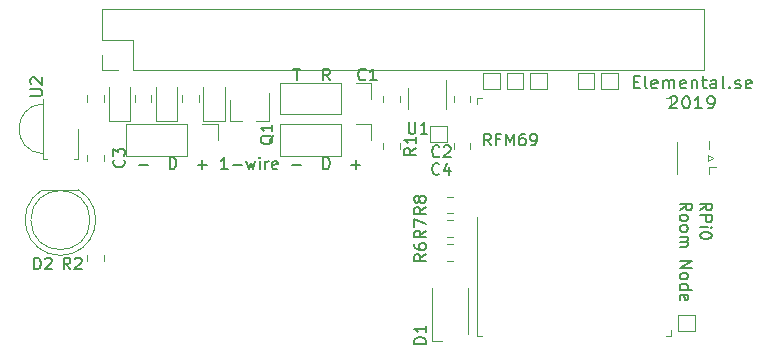
<source format=gto>
G04 #@! TF.GenerationSoftware,KiCad,Pcbnew,5.0.2-1.fc29*
G04 #@! TF.CreationDate,2019-01-05T16:26:48+01:00*
G04 #@! TF.ProjectId,rpi0_room_node,72706930-5f72-46f6-9f6d-5f6e6f64652e,rev?*
G04 #@! TF.SameCoordinates,Original*
G04 #@! TF.FileFunction,Legend,Top*
G04 #@! TF.FilePolarity,Positive*
%FSLAX46Y46*%
G04 Gerber Fmt 4.6, Leading zero omitted, Abs format (unit mm)*
G04 Created by KiCad (PCBNEW 5.0.2-1.fc29) date lör  5 jan 2019 16:26:48*
%MOMM*%
%LPD*%
G01*
G04 APERTURE LIST*
%ADD10C,0.200000*%
%ADD11C,0.120000*%
%ADD12C,0.100000*%
%ADD13C,0.150000*%
G04 APERTURE END LIST*
D10*
X136439523Y-108952380D02*
X136106190Y-108476190D01*
X135868095Y-108952380D02*
X135868095Y-107952380D01*
X136249047Y-107952380D01*
X136344285Y-108000000D01*
X136391904Y-108047619D01*
X136439523Y-108142857D01*
X136439523Y-108285714D01*
X136391904Y-108380952D01*
X136344285Y-108428571D01*
X136249047Y-108476190D01*
X135868095Y-108476190D01*
X137201428Y-108428571D02*
X136868095Y-108428571D01*
X136868095Y-108952380D02*
X136868095Y-107952380D01*
X137344285Y-107952380D01*
X137725238Y-108952380D02*
X137725238Y-107952380D01*
X138058571Y-108666666D01*
X138391904Y-107952380D01*
X138391904Y-108952380D01*
X139296666Y-107952380D02*
X139106190Y-107952380D01*
X139010952Y-108000000D01*
X138963333Y-108047619D01*
X138868095Y-108190476D01*
X138820476Y-108380952D01*
X138820476Y-108761904D01*
X138868095Y-108857142D01*
X138915714Y-108904761D01*
X139010952Y-108952380D01*
X139201428Y-108952380D01*
X139296666Y-108904761D01*
X139344285Y-108857142D01*
X139391904Y-108761904D01*
X139391904Y-108523809D01*
X139344285Y-108428571D01*
X139296666Y-108380952D01*
X139201428Y-108333333D01*
X139010952Y-108333333D01*
X138915714Y-108380952D01*
X138868095Y-108428571D01*
X138820476Y-108523809D01*
X139868095Y-108952380D02*
X140058571Y-108952380D01*
X140153809Y-108904761D01*
X140201428Y-108857142D01*
X140296666Y-108714285D01*
X140344285Y-108523809D01*
X140344285Y-108142857D01*
X140296666Y-108047619D01*
X140249047Y-108000000D01*
X140153809Y-107952380D01*
X139963333Y-107952380D01*
X139868095Y-108000000D01*
X139820476Y-108047619D01*
X139772857Y-108142857D01*
X139772857Y-108380952D01*
X139820476Y-108476190D01*
X139868095Y-108523809D01*
X139963333Y-108571428D01*
X140153809Y-108571428D01*
X140249047Y-108523809D01*
X140296666Y-108476190D01*
X140344285Y-108380952D01*
X154147619Y-114439523D02*
X154623809Y-114106190D01*
X154147619Y-113868095D02*
X155147619Y-113868095D01*
X155147619Y-114249047D01*
X155100000Y-114344285D01*
X155052380Y-114391904D01*
X154957142Y-114439523D01*
X154814285Y-114439523D01*
X154719047Y-114391904D01*
X154671428Y-114344285D01*
X154623809Y-114249047D01*
X154623809Y-113868095D01*
X154147619Y-114868095D02*
X155147619Y-114868095D01*
X155147619Y-115249047D01*
X155100000Y-115344285D01*
X155052380Y-115391904D01*
X154957142Y-115439523D01*
X154814285Y-115439523D01*
X154719047Y-115391904D01*
X154671428Y-115344285D01*
X154623809Y-115249047D01*
X154623809Y-114868095D01*
X154147619Y-115868095D02*
X154814285Y-115868095D01*
X155147619Y-115868095D02*
X155100000Y-115820476D01*
X155052380Y-115868095D01*
X155100000Y-115915714D01*
X155147619Y-115868095D01*
X155052380Y-115868095D01*
X155147619Y-116534761D02*
X155147619Y-116630000D01*
X155100000Y-116725238D01*
X155052380Y-116772857D01*
X154957142Y-116820476D01*
X154766666Y-116868095D01*
X154528571Y-116868095D01*
X154338095Y-116820476D01*
X154242857Y-116772857D01*
X154195238Y-116725238D01*
X154147619Y-116630000D01*
X154147619Y-116534761D01*
X154195238Y-116439523D01*
X154242857Y-116391904D01*
X154338095Y-116344285D01*
X154528571Y-116296666D01*
X154766666Y-116296666D01*
X154957142Y-116344285D01*
X155052380Y-116391904D01*
X155100000Y-116439523D01*
X155147619Y-116534761D01*
X152447619Y-114439523D02*
X152923809Y-114106190D01*
X152447619Y-113868095D02*
X153447619Y-113868095D01*
X153447619Y-114249047D01*
X153400000Y-114344285D01*
X153352380Y-114391904D01*
X153257142Y-114439523D01*
X153114285Y-114439523D01*
X153019047Y-114391904D01*
X152971428Y-114344285D01*
X152923809Y-114249047D01*
X152923809Y-113868095D01*
X152447619Y-115010952D02*
X152495238Y-114915714D01*
X152542857Y-114868095D01*
X152638095Y-114820476D01*
X152923809Y-114820476D01*
X153019047Y-114868095D01*
X153066666Y-114915714D01*
X153114285Y-115010952D01*
X153114285Y-115153809D01*
X153066666Y-115249047D01*
X153019047Y-115296666D01*
X152923809Y-115344285D01*
X152638095Y-115344285D01*
X152542857Y-115296666D01*
X152495238Y-115249047D01*
X152447619Y-115153809D01*
X152447619Y-115010952D01*
X152447619Y-115915714D02*
X152495238Y-115820476D01*
X152542857Y-115772857D01*
X152638095Y-115725238D01*
X152923809Y-115725238D01*
X153019047Y-115772857D01*
X153066666Y-115820476D01*
X153114285Y-115915714D01*
X153114285Y-116058571D01*
X153066666Y-116153809D01*
X153019047Y-116201428D01*
X152923809Y-116249047D01*
X152638095Y-116249047D01*
X152542857Y-116201428D01*
X152495238Y-116153809D01*
X152447619Y-116058571D01*
X152447619Y-115915714D01*
X152447619Y-116677619D02*
X153114285Y-116677619D01*
X153019047Y-116677619D02*
X153066666Y-116725238D01*
X153114285Y-116820476D01*
X153114285Y-116963333D01*
X153066666Y-117058571D01*
X152971428Y-117106190D01*
X152447619Y-117106190D01*
X152971428Y-117106190D02*
X153066666Y-117153809D01*
X153114285Y-117249047D01*
X153114285Y-117391904D01*
X153066666Y-117487142D01*
X152971428Y-117534761D01*
X152447619Y-117534761D01*
X152447619Y-118772857D02*
X153447619Y-118772857D01*
X152447619Y-119344285D01*
X153447619Y-119344285D01*
X152447619Y-119963333D02*
X152495238Y-119868095D01*
X152542857Y-119820476D01*
X152638095Y-119772857D01*
X152923809Y-119772857D01*
X153019047Y-119820476D01*
X153066666Y-119868095D01*
X153114285Y-119963333D01*
X153114285Y-120106190D01*
X153066666Y-120201428D01*
X153019047Y-120249047D01*
X152923809Y-120296666D01*
X152638095Y-120296666D01*
X152542857Y-120249047D01*
X152495238Y-120201428D01*
X152447619Y-120106190D01*
X152447619Y-119963333D01*
X152447619Y-121153809D02*
X153447619Y-121153809D01*
X152495238Y-121153809D02*
X152447619Y-121058571D01*
X152447619Y-120868095D01*
X152495238Y-120772857D01*
X152542857Y-120725238D01*
X152638095Y-120677619D01*
X152923809Y-120677619D01*
X153019047Y-120725238D01*
X153066666Y-120772857D01*
X153114285Y-120868095D01*
X153114285Y-121058571D01*
X153066666Y-121153809D01*
X152495238Y-122010952D02*
X152447619Y-121915714D01*
X152447619Y-121725238D01*
X152495238Y-121630000D01*
X152590476Y-121582380D01*
X152971428Y-121582380D01*
X153066666Y-121630000D01*
X153114285Y-121725238D01*
X153114285Y-121915714D01*
X153066666Y-122010952D01*
X152971428Y-122058571D01*
X152876190Y-122058571D01*
X152780952Y-121582380D01*
X148523809Y-103578571D02*
X148890476Y-103578571D01*
X149047619Y-104102380D02*
X148523809Y-104102380D01*
X148523809Y-103102380D01*
X149047619Y-103102380D01*
X149676190Y-104102380D02*
X149571428Y-104054761D01*
X149519047Y-103959523D01*
X149519047Y-103102380D01*
X150514285Y-104054761D02*
X150409523Y-104102380D01*
X150200000Y-104102380D01*
X150095238Y-104054761D01*
X150042857Y-103959523D01*
X150042857Y-103578571D01*
X150095238Y-103483333D01*
X150200000Y-103435714D01*
X150409523Y-103435714D01*
X150514285Y-103483333D01*
X150566666Y-103578571D01*
X150566666Y-103673809D01*
X150042857Y-103769047D01*
X151038095Y-104102380D02*
X151038095Y-103435714D01*
X151038095Y-103530952D02*
X151090476Y-103483333D01*
X151195238Y-103435714D01*
X151352380Y-103435714D01*
X151457142Y-103483333D01*
X151509523Y-103578571D01*
X151509523Y-104102380D01*
X151509523Y-103578571D02*
X151561904Y-103483333D01*
X151666666Y-103435714D01*
X151823809Y-103435714D01*
X151928571Y-103483333D01*
X151980952Y-103578571D01*
X151980952Y-104102380D01*
X152923809Y-104054761D02*
X152819047Y-104102380D01*
X152609523Y-104102380D01*
X152504761Y-104054761D01*
X152452380Y-103959523D01*
X152452380Y-103578571D01*
X152504761Y-103483333D01*
X152609523Y-103435714D01*
X152819047Y-103435714D01*
X152923809Y-103483333D01*
X152976190Y-103578571D01*
X152976190Y-103673809D01*
X152452380Y-103769047D01*
X153447619Y-103435714D02*
X153447619Y-104102380D01*
X153447619Y-103530952D02*
X153500000Y-103483333D01*
X153604761Y-103435714D01*
X153761904Y-103435714D01*
X153866666Y-103483333D01*
X153919047Y-103578571D01*
X153919047Y-104102380D01*
X154285714Y-103435714D02*
X154704761Y-103435714D01*
X154442857Y-103102380D02*
X154442857Y-103959523D01*
X154495238Y-104054761D01*
X154600000Y-104102380D01*
X154704761Y-104102380D01*
X155542857Y-104102380D02*
X155542857Y-103578571D01*
X155490476Y-103483333D01*
X155385714Y-103435714D01*
X155176190Y-103435714D01*
X155071428Y-103483333D01*
X155542857Y-104054761D02*
X155438095Y-104102380D01*
X155176190Y-104102380D01*
X155071428Y-104054761D01*
X155019047Y-103959523D01*
X155019047Y-103864285D01*
X155071428Y-103769047D01*
X155176190Y-103721428D01*
X155438095Y-103721428D01*
X155542857Y-103673809D01*
X156223809Y-104102380D02*
X156119047Y-104054761D01*
X156066666Y-103959523D01*
X156066666Y-103102380D01*
X156642857Y-104007142D02*
X156695238Y-104054761D01*
X156642857Y-104102380D01*
X156590476Y-104054761D01*
X156642857Y-104007142D01*
X156642857Y-104102380D01*
X157114285Y-104054761D02*
X157219047Y-104102380D01*
X157428571Y-104102380D01*
X157533333Y-104054761D01*
X157585714Y-103959523D01*
X157585714Y-103911904D01*
X157533333Y-103816666D01*
X157428571Y-103769047D01*
X157271428Y-103769047D01*
X157166666Y-103721428D01*
X157114285Y-103626190D01*
X157114285Y-103578571D01*
X157166666Y-103483333D01*
X157271428Y-103435714D01*
X157428571Y-103435714D01*
X157533333Y-103483333D01*
X158476190Y-104054761D02*
X158371428Y-104102380D01*
X158161904Y-104102380D01*
X158057142Y-104054761D01*
X158004761Y-103959523D01*
X158004761Y-103578571D01*
X158057142Y-103483333D01*
X158161904Y-103435714D01*
X158371428Y-103435714D01*
X158476190Y-103483333D01*
X158528571Y-103578571D01*
X158528571Y-103673809D01*
X158004761Y-103769047D01*
X151614285Y-104897619D02*
X151666666Y-104850000D01*
X151771428Y-104802380D01*
X152033333Y-104802380D01*
X152138095Y-104850000D01*
X152190476Y-104897619D01*
X152242857Y-104992857D01*
X152242857Y-105088095D01*
X152190476Y-105230952D01*
X151561904Y-105802380D01*
X152242857Y-105802380D01*
X152923809Y-104802380D02*
X153028571Y-104802380D01*
X153133333Y-104850000D01*
X153185714Y-104897619D01*
X153238095Y-104992857D01*
X153290476Y-105183333D01*
X153290476Y-105421428D01*
X153238095Y-105611904D01*
X153185714Y-105707142D01*
X153133333Y-105754761D01*
X153028571Y-105802380D01*
X152923809Y-105802380D01*
X152819047Y-105754761D01*
X152766666Y-105707142D01*
X152714285Y-105611904D01*
X152661904Y-105421428D01*
X152661904Y-105183333D01*
X152714285Y-104992857D01*
X152766666Y-104897619D01*
X152819047Y-104850000D01*
X152923809Y-104802380D01*
X154338095Y-105802380D02*
X153709523Y-105802380D01*
X154023809Y-105802380D02*
X154023809Y-104802380D01*
X153919047Y-104945238D01*
X153814285Y-105040476D01*
X153709523Y-105088095D01*
X154861904Y-105802380D02*
X155071428Y-105802380D01*
X155176190Y-105754761D01*
X155228571Y-105707142D01*
X155333333Y-105564285D01*
X155385714Y-105373809D01*
X155385714Y-104992857D01*
X155333333Y-104897619D01*
X155280952Y-104850000D01*
X155176190Y-104802380D01*
X154966666Y-104802380D01*
X154861904Y-104850000D01*
X154809523Y-104897619D01*
X154757142Y-104992857D01*
X154757142Y-105230952D01*
X154809523Y-105326190D01*
X154861904Y-105373809D01*
X154966666Y-105421428D01*
X155176190Y-105421428D01*
X155280952Y-105373809D01*
X155333333Y-105326190D01*
X155385714Y-105230952D01*
X122809523Y-103452380D02*
X122476190Y-102976190D01*
X122238095Y-103452380D02*
X122238095Y-102452380D01*
X122619047Y-102452380D01*
X122714285Y-102500000D01*
X122761904Y-102547619D01*
X122809523Y-102642857D01*
X122809523Y-102785714D01*
X122761904Y-102880952D01*
X122714285Y-102928571D01*
X122619047Y-102976190D01*
X122238095Y-102976190D01*
X119714285Y-102452380D02*
X120285714Y-102452380D01*
X120000000Y-103452380D02*
X120000000Y-102452380D01*
X114166666Y-110952380D02*
X113595238Y-110952380D01*
X113880952Y-110952380D02*
X113880952Y-109952380D01*
X113785714Y-110095238D01*
X113690476Y-110190476D01*
X113595238Y-110238095D01*
X114595238Y-110571428D02*
X115357142Y-110571428D01*
X115738095Y-110285714D02*
X115928571Y-110952380D01*
X116119047Y-110476190D01*
X116309523Y-110952380D01*
X116500000Y-110285714D01*
X116880952Y-110952380D02*
X116880952Y-110285714D01*
X116880952Y-109952380D02*
X116833333Y-110000000D01*
X116880952Y-110047619D01*
X116928571Y-110000000D01*
X116880952Y-109952380D01*
X116880952Y-110047619D01*
X117357142Y-110952380D02*
X117357142Y-110285714D01*
X117357142Y-110476190D02*
X117404761Y-110380952D01*
X117452380Y-110333333D01*
X117547619Y-110285714D01*
X117642857Y-110285714D01*
X118357142Y-110904761D02*
X118261904Y-110952380D01*
X118071428Y-110952380D01*
X117976190Y-110904761D01*
X117928571Y-110809523D01*
X117928571Y-110428571D01*
X117976190Y-110333333D01*
X118071428Y-110285714D01*
X118261904Y-110285714D01*
X118357142Y-110333333D01*
X118404761Y-110428571D01*
X118404761Y-110523809D01*
X117928571Y-110619047D01*
X119619047Y-110571428D02*
X120380952Y-110571428D01*
X124619047Y-110571428D02*
X125380952Y-110571428D01*
X125000000Y-110952380D02*
X125000000Y-110190476D01*
X122238095Y-110952380D02*
X122238095Y-109952380D01*
X122476190Y-109952380D01*
X122619047Y-110000000D01*
X122714285Y-110095238D01*
X122761904Y-110190476D01*
X122809523Y-110380952D01*
X122809523Y-110523809D01*
X122761904Y-110714285D01*
X122714285Y-110809523D01*
X122619047Y-110904761D01*
X122476190Y-110952380D01*
X122238095Y-110952380D01*
X111619047Y-110571428D02*
X112380952Y-110571428D01*
X112000000Y-110952380D02*
X112000000Y-110190476D01*
X109238095Y-110952380D02*
X109238095Y-109952380D01*
X109476190Y-109952380D01*
X109619047Y-110000000D01*
X109714285Y-110095238D01*
X109761904Y-110190476D01*
X109809523Y-110380952D01*
X109809523Y-110523809D01*
X109761904Y-110714285D01*
X109714285Y-110809523D01*
X109619047Y-110904761D01*
X109476190Y-110952380D01*
X109238095Y-110952380D01*
X106619047Y-110571428D02*
X107380952Y-110571428D01*
D11*
G04 #@! TO.C,R7*
X133261252Y-115290000D02*
X132738748Y-115290000D01*
X133261252Y-116710000D02*
X132738748Y-116710000D01*
G04 #@! TO.C,J1*
X154460000Y-102600000D02*
X154460000Y-97400000D01*
X106140000Y-102600000D02*
X154460000Y-102600000D01*
X103540000Y-97400000D02*
X154460000Y-97400000D01*
X106140000Y-102600000D02*
X106140000Y-100000000D01*
X106140000Y-100000000D02*
X103540000Y-100000000D01*
X103540000Y-100000000D02*
X103540000Y-97400000D01*
X104870000Y-102600000D02*
X103540000Y-102600000D01*
X103540000Y-102600000D02*
X103540000Y-101270000D01*
G04 #@! TO.C,D1*
X132300000Y-125500000D02*
X131500000Y-125500000D01*
X131500000Y-125500044D02*
X131500000Y-121050000D01*
X134500000Y-124950000D02*
X134500000Y-121050000D01*
G04 #@! TO.C,D2*
X101545000Y-112710000D02*
X98455000Y-112710000D01*
X102500000Y-115270000D02*
G75*
G03X102500000Y-115270000I-2500000J0D01*
G01*
X99999538Y-118260000D02*
G75*
G03X101544830Y-112710000I462J2990000D01*
G01*
X100000462Y-118260000D02*
G75*
G02X98455170Y-112710000I-462J2990000D01*
G01*
G04 #@! TO.C,U1*
X129440000Y-104100000D02*
X129440000Y-105900000D01*
X132660000Y-105900000D02*
X132660000Y-103450000D01*
G04 #@! TO.C,U2*
X101160000Y-110140000D02*
X101510000Y-110140000D01*
X101510000Y-110140000D02*
X101510000Y-107540000D01*
X98840000Y-110140000D02*
X98500000Y-110140000D01*
X98500000Y-110140000D02*
X98500000Y-105050000D01*
X98498264Y-105440083D02*
G75*
G03X98500000Y-109640000I101736J-2099917D01*
G01*
D12*
G04 #@! TO.C,U3*
X135300000Y-125050000D02*
X135300000Y-115050000D01*
X151700000Y-125050000D02*
X151700000Y-124550000D01*
X151300000Y-125050000D02*
X151700000Y-125050000D01*
X151700000Y-105450000D02*
X151700000Y-104950000D01*
X151300000Y-104950000D02*
X151700000Y-104950000D01*
X135300000Y-105450000D02*
X135300000Y-104950000D01*
X135300000Y-104950000D02*
X135700000Y-104950000D01*
X135300000Y-125050000D02*
X135700000Y-125050000D01*
D11*
G04 #@! TO.C,C1*
X128710000Y-104738748D02*
X128710000Y-105261252D01*
X127290000Y-104738748D02*
X127290000Y-105261252D01*
G04 #@! TO.C,C2*
X134710000Y-105286252D02*
X134710000Y-104763748D01*
X133290000Y-105286252D02*
X133290000Y-104763748D01*
G04 #@! TO.C,C3*
X102290000Y-110261252D02*
X102290000Y-109738748D01*
X103710000Y-110261252D02*
X103710000Y-109738748D01*
G04 #@! TO.C,C4*
X134710000Y-108738748D02*
X134710000Y-109261252D01*
X133290000Y-108738748D02*
X133290000Y-109261252D01*
G04 #@! TO.C,D3*
X104090000Y-103975000D02*
X104090000Y-106860000D01*
X104090000Y-106860000D02*
X105910000Y-106860000D01*
X105910000Y-106860000D02*
X105910000Y-103975000D01*
G04 #@! TO.C,D4*
X109910000Y-106860000D02*
X109910000Y-103975000D01*
X108090000Y-106860000D02*
X109910000Y-106860000D01*
X108090000Y-103975000D02*
X108090000Y-106860000D01*
G04 #@! TO.C,D5*
X112090000Y-103975000D02*
X112090000Y-106860000D01*
X112090000Y-106860000D02*
X113910000Y-106860000D01*
X113910000Y-106860000D02*
X113910000Y-103975000D01*
G04 #@! TO.C,Q1*
X117650000Y-104525000D02*
X117650000Y-106925000D01*
X117650000Y-106925000D02*
X116600000Y-106925000D01*
X114350000Y-105125000D02*
X114350000Y-106925000D01*
X114350000Y-106925000D02*
X115400000Y-106925000D01*
G04 #@! TO.C,R1*
X128710000Y-108738748D02*
X128710000Y-109261252D01*
X127290000Y-108738748D02*
X127290000Y-109261252D01*
G04 #@! TO.C,R2*
X103710000Y-118761252D02*
X103710000Y-118238748D01*
X102290000Y-118761252D02*
X102290000Y-118238748D01*
G04 #@! TO.C,R3*
X102290000Y-104713748D02*
X102290000Y-105236252D01*
X103710000Y-104713748D02*
X103710000Y-105236252D01*
G04 #@! TO.C,R4*
X107710000Y-104713748D02*
X107710000Y-105236252D01*
X106290000Y-104713748D02*
X106290000Y-105236252D01*
G04 #@! TO.C,R5*
X110290000Y-104713748D02*
X110290000Y-105236252D01*
X111710000Y-104713748D02*
X111710000Y-105236252D01*
G04 #@! TO.C,R6*
X133261252Y-118710000D02*
X132738748Y-118710000D01*
X133261252Y-117290000D02*
X132738748Y-117290000D01*
G04 #@! TO.C,R8*
X133261252Y-114710000D02*
X132738748Y-114710000D01*
X133261252Y-113290000D02*
X132738748Y-113290000D01*
G04 #@! TO.C,AE1*
X154790000Y-110250000D02*
X155290000Y-110000000D01*
X154790000Y-109750000D02*
X154790000Y-110250000D01*
X155290000Y-110000000D02*
X154790000Y-109750000D01*
G04 #@! TO.C,J3*
X118590000Y-103670000D02*
X118590000Y-106330000D01*
X123730000Y-103670000D02*
X118590000Y-103670000D01*
X123730000Y-106330000D02*
X118590000Y-106330000D01*
X123730000Y-103670000D02*
X123730000Y-106330000D01*
X125000000Y-103670000D02*
X126330000Y-103670000D01*
X126330000Y-103670000D02*
X126330000Y-105000000D01*
G04 #@! TO.C,AE2*
X152165000Y-111350000D02*
X152165000Y-108650000D01*
X154885000Y-110760000D02*
X155515000Y-110760000D01*
X154885000Y-108600000D02*
X154885000Y-109240000D01*
X154885000Y-111400000D02*
X154885000Y-110760000D01*
G04 #@! TO.C,J2*
X126330000Y-107170000D02*
X126330000Y-108500000D01*
X125000000Y-107170000D02*
X126330000Y-107170000D01*
X123730000Y-107170000D02*
X123730000Y-109830000D01*
X123730000Y-109830000D02*
X118590000Y-109830000D01*
X123730000Y-107170000D02*
X118590000Y-107170000D01*
X118590000Y-107170000D02*
X118590000Y-109830000D01*
G04 #@! TO.C,J4*
X105590000Y-107170000D02*
X105590000Y-109830000D01*
X110730000Y-107170000D02*
X105590000Y-107170000D01*
X110730000Y-109830000D02*
X105590000Y-109830000D01*
X110730000Y-107170000D02*
X110730000Y-109830000D01*
X112000000Y-107170000D02*
X113330000Y-107170000D01*
X113330000Y-107170000D02*
X113330000Y-108500000D01*
G04 #@! TO.C,TP1*
X152300000Y-124700000D02*
X152300000Y-123300000D01*
X153700000Y-124700000D02*
X152300000Y-124700000D01*
X153700000Y-123300000D02*
X153700000Y-124700000D01*
X152300000Y-123300000D02*
X153700000Y-123300000D01*
G04 #@! TO.C,TP2*
X143800000Y-102800000D02*
X145200000Y-102800000D01*
X145200000Y-102800000D02*
X145200000Y-104200000D01*
X145200000Y-104200000D02*
X143800000Y-104200000D01*
X143800000Y-104200000D02*
X143800000Y-102800000D01*
G04 #@! TO.C,TP3*
X145800000Y-104200000D02*
X145800000Y-102800000D01*
X147200000Y-104200000D02*
X145800000Y-104200000D01*
X147200000Y-102800000D02*
X147200000Y-104200000D01*
X145800000Y-102800000D02*
X147200000Y-102800000D01*
G04 #@! TO.C,TP4*
X135800000Y-102800000D02*
X137200000Y-102800000D01*
X137200000Y-102800000D02*
X137200000Y-104200000D01*
X137200000Y-104200000D02*
X135800000Y-104200000D01*
X135800000Y-104200000D02*
X135800000Y-102800000D01*
G04 #@! TO.C,TP5*
X137800000Y-104200000D02*
X137800000Y-102800000D01*
X139200000Y-104200000D02*
X137800000Y-104200000D01*
X139200000Y-102800000D02*
X139200000Y-104200000D01*
X137800000Y-102800000D02*
X139200000Y-102800000D01*
G04 #@! TO.C,TP6*
X139800000Y-102800000D02*
X141200000Y-102800000D01*
X141200000Y-102800000D02*
X141200000Y-104200000D01*
X141200000Y-104200000D02*
X139800000Y-104200000D01*
X139800000Y-104200000D02*
X139800000Y-102800000D01*
G04 #@! TO.C,TP7*
X131300000Y-107300000D02*
X132700000Y-107300000D01*
X132700000Y-107300000D02*
X132700000Y-108700000D01*
X132700000Y-108700000D02*
X131300000Y-108700000D01*
X131300000Y-108700000D02*
X131300000Y-107300000D01*
G04 #@! TO.C,R7*
D13*
X130952380Y-116166666D02*
X130476190Y-116500000D01*
X130952380Y-116738095D02*
X129952380Y-116738095D01*
X129952380Y-116357142D01*
X130000000Y-116261904D01*
X130047619Y-116214285D01*
X130142857Y-116166666D01*
X130285714Y-116166666D01*
X130380952Y-116214285D01*
X130428571Y-116261904D01*
X130476190Y-116357142D01*
X130476190Y-116738095D01*
X129952380Y-115833333D02*
X129952380Y-115166666D01*
X130952380Y-115595238D01*
G04 #@! TO.C,D1*
X130952380Y-125738095D02*
X129952380Y-125738095D01*
X129952380Y-125500000D01*
X130000000Y-125357142D01*
X130095238Y-125261904D01*
X130190476Y-125214285D01*
X130380952Y-125166666D01*
X130523809Y-125166666D01*
X130714285Y-125214285D01*
X130809523Y-125261904D01*
X130904761Y-125357142D01*
X130952380Y-125500000D01*
X130952380Y-125738095D01*
X130952380Y-124214285D02*
X130952380Y-124785714D01*
X130952380Y-124500000D02*
X129952380Y-124500000D01*
X130095238Y-124595238D01*
X130190476Y-124690476D01*
X130238095Y-124785714D01*
G04 #@! TO.C,D2*
X97761904Y-119452380D02*
X97761904Y-118452380D01*
X98000000Y-118452380D01*
X98142857Y-118500000D01*
X98238095Y-118595238D01*
X98285714Y-118690476D01*
X98333333Y-118880952D01*
X98333333Y-119023809D01*
X98285714Y-119214285D01*
X98238095Y-119309523D01*
X98142857Y-119404761D01*
X98000000Y-119452380D01*
X97761904Y-119452380D01*
X98714285Y-118547619D02*
X98761904Y-118500000D01*
X98857142Y-118452380D01*
X99095238Y-118452380D01*
X99190476Y-118500000D01*
X99238095Y-118547619D01*
X99285714Y-118642857D01*
X99285714Y-118738095D01*
X99238095Y-118880952D01*
X98666666Y-119452380D01*
X99285714Y-119452380D01*
G04 #@! TO.C,U1*
X129488095Y-106952380D02*
X129488095Y-107761904D01*
X129535714Y-107857142D01*
X129583333Y-107904761D01*
X129678571Y-107952380D01*
X129869047Y-107952380D01*
X129964285Y-107904761D01*
X130011904Y-107857142D01*
X130059523Y-107761904D01*
X130059523Y-106952380D01*
X131059523Y-107952380D02*
X130488095Y-107952380D01*
X130773809Y-107952380D02*
X130773809Y-106952380D01*
X130678571Y-107095238D01*
X130583333Y-107190476D01*
X130488095Y-107238095D01*
G04 #@! TO.C,U2*
X97452380Y-104761904D02*
X98261904Y-104761904D01*
X98357142Y-104714285D01*
X98404761Y-104666666D01*
X98452380Y-104571428D01*
X98452380Y-104380952D01*
X98404761Y-104285714D01*
X98357142Y-104238095D01*
X98261904Y-104190476D01*
X97452380Y-104190476D01*
X97547619Y-103761904D02*
X97500000Y-103714285D01*
X97452380Y-103619047D01*
X97452380Y-103380952D01*
X97500000Y-103285714D01*
X97547619Y-103238095D01*
X97642857Y-103190476D01*
X97738095Y-103190476D01*
X97880952Y-103238095D01*
X98452380Y-103809523D01*
X98452380Y-103190476D01*
G04 #@! TO.C,C1*
X125833333Y-103357142D02*
X125785714Y-103404761D01*
X125642857Y-103452380D01*
X125547619Y-103452380D01*
X125404761Y-103404761D01*
X125309523Y-103309523D01*
X125261904Y-103214285D01*
X125214285Y-103023809D01*
X125214285Y-102880952D01*
X125261904Y-102690476D01*
X125309523Y-102595238D01*
X125404761Y-102500000D01*
X125547619Y-102452380D01*
X125642857Y-102452380D01*
X125785714Y-102500000D01*
X125833333Y-102547619D01*
X126785714Y-103452380D02*
X126214285Y-103452380D01*
X126500000Y-103452380D02*
X126500000Y-102452380D01*
X126404761Y-102595238D01*
X126309523Y-102690476D01*
X126214285Y-102738095D01*
G04 #@! TO.C,C2*
X132083333Y-109857142D02*
X132035714Y-109904761D01*
X131892857Y-109952380D01*
X131797619Y-109952380D01*
X131654761Y-109904761D01*
X131559523Y-109809523D01*
X131511904Y-109714285D01*
X131464285Y-109523809D01*
X131464285Y-109380952D01*
X131511904Y-109190476D01*
X131559523Y-109095238D01*
X131654761Y-109000000D01*
X131797619Y-108952380D01*
X131892857Y-108952380D01*
X132035714Y-109000000D01*
X132083333Y-109047619D01*
X132464285Y-109047619D02*
X132511904Y-109000000D01*
X132607142Y-108952380D01*
X132845238Y-108952380D01*
X132940476Y-109000000D01*
X132988095Y-109047619D01*
X133035714Y-109142857D01*
X133035714Y-109238095D01*
X132988095Y-109380952D01*
X132416666Y-109952380D01*
X133035714Y-109952380D01*
G04 #@! TO.C,C3*
X105357142Y-110166666D02*
X105404761Y-110214285D01*
X105452380Y-110357142D01*
X105452380Y-110452380D01*
X105404761Y-110595238D01*
X105309523Y-110690476D01*
X105214285Y-110738095D01*
X105023809Y-110785714D01*
X104880952Y-110785714D01*
X104690476Y-110738095D01*
X104595238Y-110690476D01*
X104500000Y-110595238D01*
X104452380Y-110452380D01*
X104452380Y-110357142D01*
X104500000Y-110214285D01*
X104547619Y-110166666D01*
X104452380Y-109833333D02*
X104452380Y-109214285D01*
X104833333Y-109547619D01*
X104833333Y-109404761D01*
X104880952Y-109309523D01*
X104928571Y-109261904D01*
X105023809Y-109214285D01*
X105261904Y-109214285D01*
X105357142Y-109261904D01*
X105404761Y-109309523D01*
X105452380Y-109404761D01*
X105452380Y-109690476D01*
X105404761Y-109785714D01*
X105357142Y-109833333D01*
G04 #@! TO.C,C4*
X132083333Y-111357142D02*
X132035714Y-111404761D01*
X131892857Y-111452380D01*
X131797619Y-111452380D01*
X131654761Y-111404761D01*
X131559523Y-111309523D01*
X131511904Y-111214285D01*
X131464285Y-111023809D01*
X131464285Y-110880952D01*
X131511904Y-110690476D01*
X131559523Y-110595238D01*
X131654761Y-110500000D01*
X131797619Y-110452380D01*
X131892857Y-110452380D01*
X132035714Y-110500000D01*
X132083333Y-110547619D01*
X132940476Y-110785714D02*
X132940476Y-111452380D01*
X132702380Y-110404761D02*
X132464285Y-111119047D01*
X133083333Y-111119047D01*
G04 #@! TO.C,Q1*
X118047619Y-108095238D02*
X118000000Y-108190476D01*
X117904761Y-108285714D01*
X117761904Y-108428571D01*
X117714285Y-108523809D01*
X117714285Y-108619047D01*
X117952380Y-108571428D02*
X117904761Y-108666666D01*
X117809523Y-108761904D01*
X117619047Y-108809523D01*
X117285714Y-108809523D01*
X117095238Y-108761904D01*
X117000000Y-108666666D01*
X116952380Y-108571428D01*
X116952380Y-108380952D01*
X117000000Y-108285714D01*
X117095238Y-108190476D01*
X117285714Y-108142857D01*
X117619047Y-108142857D01*
X117809523Y-108190476D01*
X117904761Y-108285714D01*
X117952380Y-108380952D01*
X117952380Y-108571428D01*
X117952380Y-107190476D02*
X117952380Y-107761904D01*
X117952380Y-107476190D02*
X116952380Y-107476190D01*
X117095238Y-107571428D01*
X117190476Y-107666666D01*
X117238095Y-107761904D01*
G04 #@! TO.C,R1*
X130102380Y-109166666D02*
X129626190Y-109500000D01*
X130102380Y-109738095D02*
X129102380Y-109738095D01*
X129102380Y-109357142D01*
X129150000Y-109261904D01*
X129197619Y-109214285D01*
X129292857Y-109166666D01*
X129435714Y-109166666D01*
X129530952Y-109214285D01*
X129578571Y-109261904D01*
X129626190Y-109357142D01*
X129626190Y-109738095D01*
X130102380Y-108214285D02*
X130102380Y-108785714D01*
X130102380Y-108500000D02*
X129102380Y-108500000D01*
X129245238Y-108595238D01*
X129340476Y-108690476D01*
X129388095Y-108785714D01*
G04 #@! TO.C,R2*
X100833333Y-119452380D02*
X100500000Y-118976190D01*
X100261904Y-119452380D02*
X100261904Y-118452380D01*
X100642857Y-118452380D01*
X100738095Y-118500000D01*
X100785714Y-118547619D01*
X100833333Y-118642857D01*
X100833333Y-118785714D01*
X100785714Y-118880952D01*
X100738095Y-118928571D01*
X100642857Y-118976190D01*
X100261904Y-118976190D01*
X101214285Y-118547619D02*
X101261904Y-118500000D01*
X101357142Y-118452380D01*
X101595238Y-118452380D01*
X101690476Y-118500000D01*
X101738095Y-118547619D01*
X101785714Y-118642857D01*
X101785714Y-118738095D01*
X101738095Y-118880952D01*
X101166666Y-119452380D01*
X101785714Y-119452380D01*
G04 #@! TO.C,R6*
X130952380Y-118166666D02*
X130476190Y-118500000D01*
X130952380Y-118738095D02*
X129952380Y-118738095D01*
X129952380Y-118357142D01*
X130000000Y-118261904D01*
X130047619Y-118214285D01*
X130142857Y-118166666D01*
X130285714Y-118166666D01*
X130380952Y-118214285D01*
X130428571Y-118261904D01*
X130476190Y-118357142D01*
X130476190Y-118738095D01*
X129952380Y-117309523D02*
X129952380Y-117500000D01*
X130000000Y-117595238D01*
X130047619Y-117642857D01*
X130190476Y-117738095D01*
X130380952Y-117785714D01*
X130761904Y-117785714D01*
X130857142Y-117738095D01*
X130904761Y-117690476D01*
X130952380Y-117595238D01*
X130952380Y-117404761D01*
X130904761Y-117309523D01*
X130857142Y-117261904D01*
X130761904Y-117214285D01*
X130523809Y-117214285D01*
X130428571Y-117261904D01*
X130380952Y-117309523D01*
X130333333Y-117404761D01*
X130333333Y-117595238D01*
X130380952Y-117690476D01*
X130428571Y-117738095D01*
X130523809Y-117785714D01*
G04 #@! TO.C,R8*
X130952380Y-114166666D02*
X130476190Y-114500000D01*
X130952380Y-114738095D02*
X129952380Y-114738095D01*
X129952380Y-114357142D01*
X130000000Y-114261904D01*
X130047619Y-114214285D01*
X130142857Y-114166666D01*
X130285714Y-114166666D01*
X130380952Y-114214285D01*
X130428571Y-114261904D01*
X130476190Y-114357142D01*
X130476190Y-114738095D01*
X130380952Y-113595238D02*
X130333333Y-113690476D01*
X130285714Y-113738095D01*
X130190476Y-113785714D01*
X130142857Y-113785714D01*
X130047619Y-113738095D01*
X130000000Y-113690476D01*
X129952380Y-113595238D01*
X129952380Y-113404761D01*
X130000000Y-113309523D01*
X130047619Y-113261904D01*
X130142857Y-113214285D01*
X130190476Y-113214285D01*
X130285714Y-113261904D01*
X130333333Y-113309523D01*
X130380952Y-113404761D01*
X130380952Y-113595238D01*
X130428571Y-113690476D01*
X130476190Y-113738095D01*
X130571428Y-113785714D01*
X130761904Y-113785714D01*
X130857142Y-113738095D01*
X130904761Y-113690476D01*
X130952380Y-113595238D01*
X130952380Y-113404761D01*
X130904761Y-113309523D01*
X130857142Y-113261904D01*
X130761904Y-113214285D01*
X130571428Y-113214285D01*
X130476190Y-113261904D01*
X130428571Y-113309523D01*
X130380952Y-113404761D01*
G04 #@! TD*
M02*

</source>
